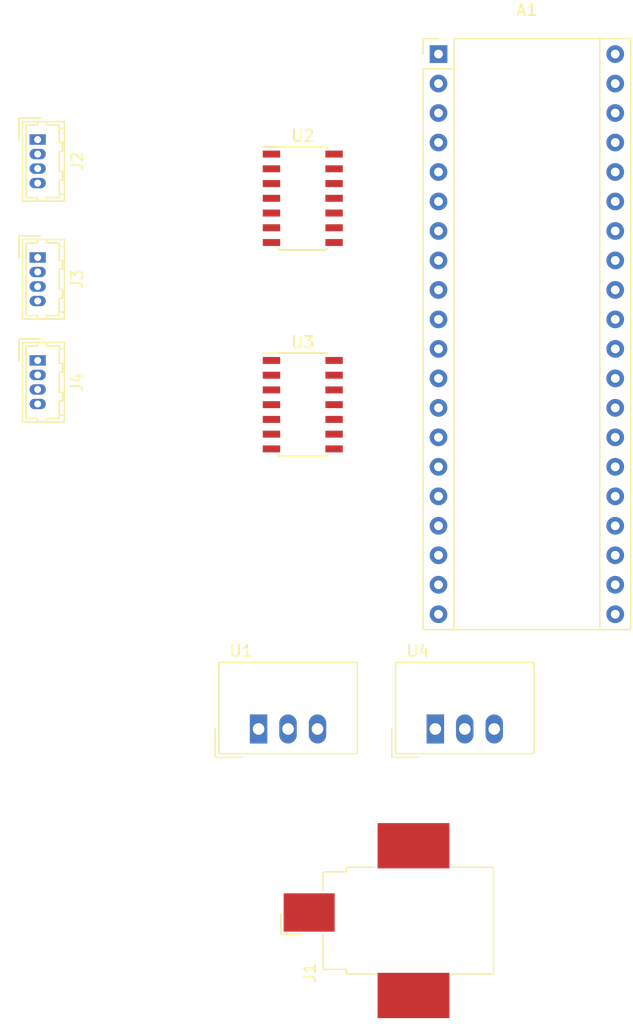
<source format=kicad_pcb>
(kicad_pcb (version 20171130) (host pcbnew 5.0.0+dfsg1-2)

  (general
    (thickness 1.6)
    (drawings 0)
    (tracks 0)
    (zones 0)
    (modules 9)
    (nets 56)
  )

  (page A4)
  (layers
    (0 F.Cu signal)
    (31 B.Cu signal)
    (32 B.Adhes user)
    (33 F.Adhes user)
    (34 B.Paste user)
    (35 F.Paste user)
    (36 B.SilkS user)
    (37 F.SilkS user)
    (38 B.Mask user)
    (39 F.Mask user)
    (40 Dwgs.User user)
    (41 Cmts.User user)
    (42 Eco1.User user)
    (43 Eco2.User user)
    (44 Edge.Cuts user)
    (45 Margin user)
    (46 B.CrtYd user)
    (47 F.CrtYd user)
    (48 B.Fab user)
    (49 F.Fab user)
  )

  (setup
    (last_trace_width 0.25)
    (trace_clearance 0.2)
    (zone_clearance 0.508)
    (zone_45_only no)
    (trace_min 0.2)
    (segment_width 0.2)
    (edge_width 0.15)
    (via_size 0.8)
    (via_drill 0.4)
    (via_min_size 0.4)
    (via_min_drill 0.3)
    (uvia_size 0.3)
    (uvia_drill 0.1)
    (uvias_allowed no)
    (uvia_min_size 0.2)
    (uvia_min_drill 0.1)
    (pcb_text_width 0.3)
    (pcb_text_size 1.5 1.5)
    (mod_edge_width 0.15)
    (mod_text_size 1 1)
    (mod_text_width 0.15)
    (pad_size 1.524 1.524)
    (pad_drill 0.762)
    (pad_to_mask_clearance 0.2)
    (aux_axis_origin 0 0)
    (visible_elements FFFFFF7F)
    (pcbplotparams
      (layerselection 0x010fc_ffffffff)
      (usegerberextensions false)
      (usegerberattributes false)
      (usegerberadvancedattributes false)
      (creategerberjobfile false)
      (excludeedgelayer true)
      (linewidth 0.100000)
      (plotframeref false)
      (viasonmask false)
      (mode 1)
      (useauxorigin false)
      (hpglpennumber 1)
      (hpglpenspeed 20)
      (hpglpendiameter 15.000000)
      (psnegative false)
      (psa4output false)
      (plotreference true)
      (plotvalue true)
      (plotinvisibletext false)
      (padsonsilk false)
      (subtractmaskfromsilk false)
      (outputformat 1)
      (mirror false)
      (drillshape 1)
      (scaleselection 1)
      (outputdirectory ""))
  )

  (net 0 "")
  (net 1 "Net-(A1-Pad1)")
  (net 2 "Net-(A1-Pad6)")
  (net 3 "Net-(A1-Pad7)")
  (net 4 "Net-(A1-Pad8)")
  (net 5 "Net-(A1-Pad9)")
  (net 6 "Net-(U2-Pad6)")
  (net 7 "Net-(A1-Pad2)")
  (net 8 "Net-(U2-Pad8)")
  (net 9 "Net-(J3-Pad3)")
  (net 10 "Net-(J3-Pad2)")
  (net 11 "Net-(J2-Pad3)")
  (net 12 "Net-(J2-Pad2)")
  (net 13 "Net-(J2-Pad1)")
  (net 14 "Net-(J4-Pad2)")
  (net 15 "Net-(J4-Pad3)")
  (net 16 "Net-(U3-Pad11)")
  (net 17 "Net-(U3-Pad10)")
  (net 18 "Net-(U3-Pad9)")
  (net 19 "Net-(U3-Pad8)")
  (net 20 "Net-(U3-Pad6)")
  (net 21 "Net-(A1-Pad13)")
  (net 22 "Net-(A1-Pad12)")
  (net 23 "Net-(A1-Pad11)")
  (net 24 "Net-(A1-Pad10)")
  (net 25 "Net-(A1-Pad3)")
  (net 26 "Net-(A1-Pad4)")
  (net 27 "Net-(A1-Pad5)")
  (net 28 "Net-(A1-Pad14)")
  (net 29 "Net-(A1-Pad15)")
  (net 30 "Net-(A1-Pad16)")
  (net 31 "Net-(A1-Pad17)")
  (net 32 "Net-(A1-Pad18)")
  (net 33 "Net-(A1-Pad19)")
  (net 34 "Net-(A1-Pad20)")
  (net 35 "Net-(A1-Pad21)")
  (net 36 "Net-(A1-Pad22)")
  (net 37 "Net-(A1-Pad23)")
  (net 38 "Net-(A1-Pad24)")
  (net 39 "Net-(A1-Pad25)")
  (net 40 "Net-(A1-Pad26)")
  (net 41 "Net-(A1-Pad27)")
  (net 42 "Net-(A1-Pad28)")
  (net 43 "Net-(A1-Pad29)")
  (net 44 "Net-(A1-Pad30)")
  (net 45 "Net-(A1-Pad31)")
  (net 46 "Net-(A1-Pad32)")
  (net 47 "Net-(A1-Pad33)")
  (net 48 "Net-(A1-Pad34)")
  (net 49 "Net-(A1-Pad35)")
  (net 50 "Net-(A1-Pad36)")
  (net 51 "Net-(A1-Pad37)")
  (net 52 "Net-(A1-Pad38)")
  (net 53 "Net-(A1-Pad39)")
  (net 54 "Net-(A1-Pad40)")
  (net 55 "Net-(J1-Pad1)")

  (net_class Default "This is the default net class."
    (clearance 0.2)
    (trace_width 0.25)
    (via_dia 0.8)
    (via_drill 0.4)
    (uvia_dia 0.3)
    (uvia_drill 0.1)
    (add_net "Net-(A1-Pad1)")
    (add_net "Net-(A1-Pad10)")
    (add_net "Net-(A1-Pad11)")
    (add_net "Net-(A1-Pad12)")
    (add_net "Net-(A1-Pad13)")
    (add_net "Net-(A1-Pad14)")
    (add_net "Net-(A1-Pad15)")
    (add_net "Net-(A1-Pad16)")
    (add_net "Net-(A1-Pad17)")
    (add_net "Net-(A1-Pad18)")
    (add_net "Net-(A1-Pad19)")
    (add_net "Net-(A1-Pad2)")
    (add_net "Net-(A1-Pad20)")
    (add_net "Net-(A1-Pad21)")
    (add_net "Net-(A1-Pad22)")
    (add_net "Net-(A1-Pad23)")
    (add_net "Net-(A1-Pad24)")
    (add_net "Net-(A1-Pad25)")
    (add_net "Net-(A1-Pad26)")
    (add_net "Net-(A1-Pad27)")
    (add_net "Net-(A1-Pad28)")
    (add_net "Net-(A1-Pad29)")
    (add_net "Net-(A1-Pad3)")
    (add_net "Net-(A1-Pad30)")
    (add_net "Net-(A1-Pad31)")
    (add_net "Net-(A1-Pad32)")
    (add_net "Net-(A1-Pad33)")
    (add_net "Net-(A1-Pad34)")
    (add_net "Net-(A1-Pad35)")
    (add_net "Net-(A1-Pad36)")
    (add_net "Net-(A1-Pad37)")
    (add_net "Net-(A1-Pad38)")
    (add_net "Net-(A1-Pad39)")
    (add_net "Net-(A1-Pad4)")
    (add_net "Net-(A1-Pad40)")
    (add_net "Net-(A1-Pad5)")
    (add_net "Net-(A1-Pad6)")
    (add_net "Net-(A1-Pad7)")
    (add_net "Net-(A1-Pad8)")
    (add_net "Net-(A1-Pad9)")
    (add_net "Net-(J1-Pad1)")
    (add_net "Net-(J2-Pad1)")
    (add_net "Net-(J2-Pad2)")
    (add_net "Net-(J2-Pad3)")
    (add_net "Net-(J3-Pad2)")
    (add_net "Net-(J3-Pad3)")
    (add_net "Net-(J4-Pad2)")
    (add_net "Net-(J4-Pad3)")
    (add_net "Net-(U2-Pad6)")
    (add_net "Net-(U2-Pad8)")
    (add_net "Net-(U3-Pad10)")
    (add_net "Net-(U3-Pad11)")
    (add_net "Net-(U3-Pad6)")
    (add_net "Net-(U3-Pad8)")
    (add_net "Net-(U3-Pad9)")
  )

  (module Connector_Hirose:Hirose_DF13-04P-1.25DSA_1x04_P1.25mm_Vertical (layer F.Cu) (tedit 5A1C63DE) (tstamp 5CA40143)
    (at 69.85 91.44 270)
    (descr "Molex DF13 through hole, DF13-04P-1.25DSA, 4 Pins per row (https://www.hirose.com/product/en/products/DF13/DF13-2P-1.25DSA%2850%29/), generated with kicad-footprint-generator")
    (tags "connector Hirose  side entry")
    (path /5C8E8699)
    (fp_text reference J4 (at 1.88 -3.4 270) (layer F.SilkS)
      (effects (font (size 1 1) (thickness 0.15)))
    )
    (fp_text value Conn_01x04_Male (at 1.88 2.4 270) (layer F.Fab)
      (effects (font (size 1 1) (thickness 0.15)))
    )
    (fp_line (start -1.45 -2.2) (end -1.45 1.2) (layer F.Fab) (width 0.1))
    (fp_line (start -1.45 1.2) (end 5.2 1.2) (layer F.Fab) (width 0.1))
    (fp_line (start 5.2 1.2) (end 5.2 -2.2) (layer F.Fab) (width 0.1))
    (fp_line (start 5.2 -2.2) (end -1.45 -2.2) (layer F.Fab) (width 0.1))
    (fp_line (start -1.55 -2.3) (end -1.55 1.3) (layer F.SilkS) (width 0.12))
    (fp_line (start -1.55 1.3) (end 5.3 1.3) (layer F.SilkS) (width 0.12))
    (fp_line (start 5.3 1.3) (end 5.3 -2.3) (layer F.SilkS) (width 0.12))
    (fp_line (start 5.3 -2.3) (end -1.55 -2.3) (layer F.SilkS) (width 0.12))
    (fp_line (start -1.86 -0.3) (end -1.86 1.61) (layer F.SilkS) (width 0.12))
    (fp_line (start -1.86 1.61) (end 0.05 1.61) (layer F.SilkS) (width 0.12))
    (fp_line (start -0.5 1.2) (end 0 0.492893) (layer F.Fab) (width 0.1))
    (fp_line (start 0 0.492893) (end 0.5 1.2) (layer F.Fab) (width 0.1))
    (fp_line (start -1.55 0) (end -1.25 0) (layer F.SilkS) (width 0.12))
    (fp_line (start -1.25 0) (end -1.25 1) (layer F.SilkS) (width 0.12))
    (fp_line (start -1.25 1) (end 5 1) (layer F.SilkS) (width 0.12))
    (fp_line (start 5 1) (end 5 0) (layer F.SilkS) (width 0.12))
    (fp_line (start 5 0) (end 5.3 0) (layer F.SilkS) (width 0.12))
    (fp_line (start -1.55 -0.75) (end -1.25 -0.75) (layer F.SilkS) (width 0.12))
    (fp_line (start -1.25 -0.75) (end -1.25 -1.85) (layer F.SilkS) (width 0.12))
    (fp_line (start -1.25 -1.85) (end -0.95 -1.85) (layer F.SilkS) (width 0.12))
    (fp_line (start -0.95 -1.85) (end -0.95 -2.3) (layer F.SilkS) (width 0.12))
    (fp_line (start 5.3 -0.75) (end 5 -0.75) (layer F.SilkS) (width 0.12))
    (fp_line (start 5 -0.75) (end 5 -1.85) (layer F.SilkS) (width 0.12))
    (fp_line (start 5 -1.85) (end 4.7 -1.85) (layer F.SilkS) (width 0.12))
    (fp_line (start 4.7 -1.85) (end 4.7 -2.3) (layer F.SilkS) (width 0.12))
    (fp_line (start -0.95 -1.85) (end 0.25 -1.85) (layer F.SilkS) (width 0.12))
    (fp_line (start 0.25 -1.85) (end 0.25 -2.15) (layer F.SilkS) (width 0.12))
    (fp_line (start 0.25 -2.15) (end 1 -2.15) (layer F.SilkS) (width 0.12))
    (fp_line (start 1 -2.15) (end 1 -1.85) (layer F.SilkS) (width 0.12))
    (fp_line (start 1 -1.85) (end 2.75 -1.85) (layer F.SilkS) (width 0.12))
    (fp_line (start 2.75 -1.85) (end 2.75 -2.15) (layer F.SilkS) (width 0.12))
    (fp_line (start 2.75 -2.15) (end 3.5 -2.15) (layer F.SilkS) (width 0.12))
    (fp_line (start 3.5 -2.15) (end 3.5 -1.85) (layer F.SilkS) (width 0.12))
    (fp_line (start 3.5 -1.85) (end 4.7 -1.85) (layer F.SilkS) (width 0.12))
    (fp_line (start -1.95 -2.7) (end -1.95 1.7) (layer F.CrtYd) (width 0.05))
    (fp_line (start -1.95 1.7) (end 5.7 1.7) (layer F.CrtYd) (width 0.05))
    (fp_line (start 5.7 1.7) (end 5.7 -2.7) (layer F.CrtYd) (width 0.05))
    (fp_line (start 5.7 -2.7) (end -1.95 -2.7) (layer F.CrtYd) (width 0.05))
    (fp_text user %R (at 1.88 -1.5 270) (layer F.Fab)
      (effects (font (size 1 1) (thickness 0.15)))
    )
    (pad 1 thru_hole rect (at 0 0 270) (size 0.9 1.4) (drill 0.6) (layers *.Cu *.Mask)
      (net 13 "Net-(J2-Pad1)"))
    (pad 2 thru_hole oval (at 1.25 0 270) (size 0.9 1.4) (drill 0.6) (layers *.Cu *.Mask)
      (net 14 "Net-(J4-Pad2)"))
    (pad 3 thru_hole oval (at 2.5 0 270) (size 0.9 1.4) (drill 0.6) (layers *.Cu *.Mask)
      (net 15 "Net-(J4-Pad3)"))
    (pad 4 thru_hole oval (at 3.75 0 270) (size 0.9 1.4) (drill 0.6) (layers *.Cu *.Mask)
      (net 7 "Net-(A1-Pad2)"))
    (model ${KISYS3DMOD}/Connector_Hirose.3dshapes/Hirose_DF13-04P-1.25DSA_1x04_P1.25mm_Vertical.wrl
      (at (xyz 0 0 0))
      (scale (xyz 1 1 1))
      (rotate (xyz 0 0 0))
    )
  )

  (module Connector_Hirose:Hirose_DF13-04P-1.25DSA_1x04_P1.25mm_Vertical (layer F.Cu) (tedit 5A1C63DE) (tstamp 5CA40115)
    (at 69.85 82.57 270)
    (descr "Molex DF13 through hole, DF13-04P-1.25DSA, 4 Pins per row (https://www.hirose.com/product/en/products/DF13/DF13-2P-1.25DSA%2850%29/), generated with kicad-footprint-generator")
    (tags "connector Hirose  side entry")
    (path /5C8E8661)
    (fp_text reference J3 (at 1.88 -3.4 270) (layer F.SilkS)
      (effects (font (size 1 1) (thickness 0.15)))
    )
    (fp_text value Conn_01x04_Male (at 1.88 2.4 270) (layer F.Fab)
      (effects (font (size 1 1) (thickness 0.15)))
    )
    (fp_text user %R (at 1.88 -1.5 270) (layer F.Fab)
      (effects (font (size 1 1) (thickness 0.15)))
    )
    (fp_line (start 5.7 -2.7) (end -1.95 -2.7) (layer F.CrtYd) (width 0.05))
    (fp_line (start 5.7 1.7) (end 5.7 -2.7) (layer F.CrtYd) (width 0.05))
    (fp_line (start -1.95 1.7) (end 5.7 1.7) (layer F.CrtYd) (width 0.05))
    (fp_line (start -1.95 -2.7) (end -1.95 1.7) (layer F.CrtYd) (width 0.05))
    (fp_line (start 3.5 -1.85) (end 4.7 -1.85) (layer F.SilkS) (width 0.12))
    (fp_line (start 3.5 -2.15) (end 3.5 -1.85) (layer F.SilkS) (width 0.12))
    (fp_line (start 2.75 -2.15) (end 3.5 -2.15) (layer F.SilkS) (width 0.12))
    (fp_line (start 2.75 -1.85) (end 2.75 -2.15) (layer F.SilkS) (width 0.12))
    (fp_line (start 1 -1.85) (end 2.75 -1.85) (layer F.SilkS) (width 0.12))
    (fp_line (start 1 -2.15) (end 1 -1.85) (layer F.SilkS) (width 0.12))
    (fp_line (start 0.25 -2.15) (end 1 -2.15) (layer F.SilkS) (width 0.12))
    (fp_line (start 0.25 -1.85) (end 0.25 -2.15) (layer F.SilkS) (width 0.12))
    (fp_line (start -0.95 -1.85) (end 0.25 -1.85) (layer F.SilkS) (width 0.12))
    (fp_line (start 4.7 -1.85) (end 4.7 -2.3) (layer F.SilkS) (width 0.12))
    (fp_line (start 5 -1.85) (end 4.7 -1.85) (layer F.SilkS) (width 0.12))
    (fp_line (start 5 -0.75) (end 5 -1.85) (layer F.SilkS) (width 0.12))
    (fp_line (start 5.3 -0.75) (end 5 -0.75) (layer F.SilkS) (width 0.12))
    (fp_line (start -0.95 -1.85) (end -0.95 -2.3) (layer F.SilkS) (width 0.12))
    (fp_line (start -1.25 -1.85) (end -0.95 -1.85) (layer F.SilkS) (width 0.12))
    (fp_line (start -1.25 -0.75) (end -1.25 -1.85) (layer F.SilkS) (width 0.12))
    (fp_line (start -1.55 -0.75) (end -1.25 -0.75) (layer F.SilkS) (width 0.12))
    (fp_line (start 5 0) (end 5.3 0) (layer F.SilkS) (width 0.12))
    (fp_line (start 5 1) (end 5 0) (layer F.SilkS) (width 0.12))
    (fp_line (start -1.25 1) (end 5 1) (layer F.SilkS) (width 0.12))
    (fp_line (start -1.25 0) (end -1.25 1) (layer F.SilkS) (width 0.12))
    (fp_line (start -1.55 0) (end -1.25 0) (layer F.SilkS) (width 0.12))
    (fp_line (start 0 0.492893) (end 0.5 1.2) (layer F.Fab) (width 0.1))
    (fp_line (start -0.5 1.2) (end 0 0.492893) (layer F.Fab) (width 0.1))
    (fp_line (start -1.86 1.61) (end 0.05 1.61) (layer F.SilkS) (width 0.12))
    (fp_line (start -1.86 -0.3) (end -1.86 1.61) (layer F.SilkS) (width 0.12))
    (fp_line (start 5.3 -2.3) (end -1.55 -2.3) (layer F.SilkS) (width 0.12))
    (fp_line (start 5.3 1.3) (end 5.3 -2.3) (layer F.SilkS) (width 0.12))
    (fp_line (start -1.55 1.3) (end 5.3 1.3) (layer F.SilkS) (width 0.12))
    (fp_line (start -1.55 -2.3) (end -1.55 1.3) (layer F.SilkS) (width 0.12))
    (fp_line (start 5.2 -2.2) (end -1.45 -2.2) (layer F.Fab) (width 0.1))
    (fp_line (start 5.2 1.2) (end 5.2 -2.2) (layer F.Fab) (width 0.1))
    (fp_line (start -1.45 1.2) (end 5.2 1.2) (layer F.Fab) (width 0.1))
    (fp_line (start -1.45 -2.2) (end -1.45 1.2) (layer F.Fab) (width 0.1))
    (pad 4 thru_hole oval (at 3.75 0 270) (size 0.9 1.4) (drill 0.6) (layers *.Cu *.Mask)
      (net 7 "Net-(A1-Pad2)"))
    (pad 3 thru_hole oval (at 2.5 0 270) (size 0.9 1.4) (drill 0.6) (layers *.Cu *.Mask)
      (net 9 "Net-(J3-Pad3)"))
    (pad 2 thru_hole oval (at 1.25 0 270) (size 0.9 1.4) (drill 0.6) (layers *.Cu *.Mask)
      (net 10 "Net-(J3-Pad2)"))
    (pad 1 thru_hole rect (at 0 0 270) (size 0.9 1.4) (drill 0.6) (layers *.Cu *.Mask)
      (net 13 "Net-(J2-Pad1)"))
    (model ${KISYS3DMOD}/Connector_Hirose.3dshapes/Hirose_DF13-04P-1.25DSA_1x04_P1.25mm_Vertical.wrl
      (at (xyz 0 0 0))
      (scale (xyz 1 1 1))
      (rotate (xyz 0 0 0))
    )
  )

  (module Connector_Hirose:Hirose_DF13-04P-1.25DSA_1x04_P1.25mm_Vertical (layer F.Cu) (tedit 5A1C63DE) (tstamp 5CA400E7)
    (at 69.85 72.41 270)
    (descr "Molex DF13 through hole, DF13-04P-1.25DSA, 4 Pins per row (https://www.hirose.com/product/en/products/DF13/DF13-2P-1.25DSA%2850%29/), generated with kicad-footprint-generator")
    (tags "connector Hirose  side entry")
    (path /5C8E8609)
    (fp_text reference J2 (at 1.88 -3.4 270) (layer F.SilkS)
      (effects (font (size 1 1) (thickness 0.15)))
    )
    (fp_text value Conn_01x04_Male (at 1.88 2.4 270) (layer F.Fab)
      (effects (font (size 1 1) (thickness 0.15)))
    )
    (fp_line (start -1.45 -2.2) (end -1.45 1.2) (layer F.Fab) (width 0.1))
    (fp_line (start -1.45 1.2) (end 5.2 1.2) (layer F.Fab) (width 0.1))
    (fp_line (start 5.2 1.2) (end 5.2 -2.2) (layer F.Fab) (width 0.1))
    (fp_line (start 5.2 -2.2) (end -1.45 -2.2) (layer F.Fab) (width 0.1))
    (fp_line (start -1.55 -2.3) (end -1.55 1.3) (layer F.SilkS) (width 0.12))
    (fp_line (start -1.55 1.3) (end 5.3 1.3) (layer F.SilkS) (width 0.12))
    (fp_line (start 5.3 1.3) (end 5.3 -2.3) (layer F.SilkS) (width 0.12))
    (fp_line (start 5.3 -2.3) (end -1.55 -2.3) (layer F.SilkS) (width 0.12))
    (fp_line (start -1.86 -0.3) (end -1.86 1.61) (layer F.SilkS) (width 0.12))
    (fp_line (start -1.86 1.61) (end 0.05 1.61) (layer F.SilkS) (width 0.12))
    (fp_line (start -0.5 1.2) (end 0 0.492893) (layer F.Fab) (width 0.1))
    (fp_line (start 0 0.492893) (end 0.5 1.2) (layer F.Fab) (width 0.1))
    (fp_line (start -1.55 0) (end -1.25 0) (layer F.SilkS) (width 0.12))
    (fp_line (start -1.25 0) (end -1.25 1) (layer F.SilkS) (width 0.12))
    (fp_line (start -1.25 1) (end 5 1) (layer F.SilkS) (width 0.12))
    (fp_line (start 5 1) (end 5 0) (layer F.SilkS) (width 0.12))
    (fp_line (start 5 0) (end 5.3 0) (layer F.SilkS) (width 0.12))
    (fp_line (start -1.55 -0.75) (end -1.25 -0.75) (layer F.SilkS) (width 0.12))
    (fp_line (start -1.25 -0.75) (end -1.25 -1.85) (layer F.SilkS) (width 0.12))
    (fp_line (start -1.25 -1.85) (end -0.95 -1.85) (layer F.SilkS) (width 0.12))
    (fp_line (start -0.95 -1.85) (end -0.95 -2.3) (layer F.SilkS) (width 0.12))
    (fp_line (start 5.3 -0.75) (end 5 -0.75) (layer F.SilkS) (width 0.12))
    (fp_line (start 5 -0.75) (end 5 -1.85) (layer F.SilkS) (width 0.12))
    (fp_line (start 5 -1.85) (end 4.7 -1.85) (layer F.SilkS) (width 0.12))
    (fp_line (start 4.7 -1.85) (end 4.7 -2.3) (layer F.SilkS) (width 0.12))
    (fp_line (start -0.95 -1.85) (end 0.25 -1.85) (layer F.SilkS) (width 0.12))
    (fp_line (start 0.25 -1.85) (end 0.25 -2.15) (layer F.SilkS) (width 0.12))
    (fp_line (start 0.25 -2.15) (end 1 -2.15) (layer F.SilkS) (width 0.12))
    (fp_line (start 1 -2.15) (end 1 -1.85) (layer F.SilkS) (width 0.12))
    (fp_line (start 1 -1.85) (end 2.75 -1.85) (layer F.SilkS) (width 0.12))
    (fp_line (start 2.75 -1.85) (end 2.75 -2.15) (layer F.SilkS) (width 0.12))
    (fp_line (start 2.75 -2.15) (end 3.5 -2.15) (layer F.SilkS) (width 0.12))
    (fp_line (start 3.5 -2.15) (end 3.5 -1.85) (layer F.SilkS) (width 0.12))
    (fp_line (start 3.5 -1.85) (end 4.7 -1.85) (layer F.SilkS) (width 0.12))
    (fp_line (start -1.95 -2.7) (end -1.95 1.7) (layer F.CrtYd) (width 0.05))
    (fp_line (start -1.95 1.7) (end 5.7 1.7) (layer F.CrtYd) (width 0.05))
    (fp_line (start 5.7 1.7) (end 5.7 -2.7) (layer F.CrtYd) (width 0.05))
    (fp_line (start 5.7 -2.7) (end -1.95 -2.7) (layer F.CrtYd) (width 0.05))
    (fp_text user %R (at 1.88 -1.5 270) (layer F.Fab)
      (effects (font (size 1 1) (thickness 0.15)))
    )
    (pad 1 thru_hole rect (at 0 0 270) (size 0.9 1.4) (drill 0.6) (layers *.Cu *.Mask)
      (net 13 "Net-(J2-Pad1)"))
    (pad 2 thru_hole oval (at 1.25 0 270) (size 0.9 1.4) (drill 0.6) (layers *.Cu *.Mask)
      (net 12 "Net-(J2-Pad2)"))
    (pad 3 thru_hole oval (at 2.5 0 270) (size 0.9 1.4) (drill 0.6) (layers *.Cu *.Mask)
      (net 11 "Net-(J2-Pad3)"))
    (pad 4 thru_hole oval (at 3.75 0 270) (size 0.9 1.4) (drill 0.6) (layers *.Cu *.Mask)
      (net 7 "Net-(A1-Pad2)"))
    (model ${KISYS3DMOD}/Connector_Hirose.3dshapes/Hirose_DF13-04P-1.25DSA_1x04_P1.25mm_Vertical.wrl
      (at (xyz 0 0 0))
      (scale (xyz 1 1 1))
      (rotate (xyz 0 0 0))
    )
  )

  (module Connector_BarrelJack:BarrelJack_CUI_PJ-036AH-SMT_Horizontal (layer F.Cu) (tedit 5A1DBF38) (tstamp 5CA3F8D6)
    (at 99.06 139.7 90)
    (descr "Surface-mount DC Barrel Jack, http://www.cui.com/product/resource/pj-036ah-smt.pdf")
    (tags "Power Jack SMT")
    (path /5C97D6BB)
    (attr smd)
    (fp_text reference J1 (at -4.5 -5.75 90) (layer F.SilkS)
      (effects (font (size 1 1) (thickness 0.15)))
    )
    (fp_text value Barrel_Jack (at 0 11.25 90) (layer F.Fab)
      (effects (font (size 1 1) (thickness 0.15)))
    )
    (fp_text user %R (at 0 0 90) (layer F.Fab)
      (effects (font (size 1 1) (thickness 0.15)))
    )
    (fp_line (start -8.9 -8.5) (end -8.9 10.5) (layer F.CrtYd) (width 0.05))
    (fp_line (start -8.9 10.5) (end 8.9 10.5) (layer F.CrtYd) (width 0.05))
    (fp_line (start 8.9 10.5) (end 8.9 -8.5) (layer F.CrtYd) (width 0.05))
    (fp_line (start 8.9 -8.5) (end -8.9 -8.5) (layer F.CrtYd) (width 0.05))
    (fp_line (start 4.6 6.55) (end 4.6 10.1) (layer F.SilkS) (width 0.12))
    (fp_line (start 4.6 10.1) (end -4.6 10.1) (layer F.SilkS) (width 0.12))
    (fp_line (start -4.6 10.1) (end -4.6 6.55) (layer F.SilkS) (width 0.12))
    (fp_line (start -4.6 -0.15) (end -4.6 -2.6) (layer F.SilkS) (width 0.12))
    (fp_line (start -4.6 -2.6) (end -4.2 -2.6) (layer F.SilkS) (width 0.12))
    (fp_line (start -4.2 -2.6) (end -4.2 -4.6) (layer F.SilkS) (width 0.12))
    (fp_line (start -4.2 -4.6) (end -1.2 -4.6) (layer F.SilkS) (width 0.12))
    (fp_line (start 2.6 -4.6) (end 4.2 -4.6) (layer F.SilkS) (width 0.12))
    (fp_line (start 4.2 -4.6) (end 4.2 -2.6) (layer F.SilkS) (width 0.12))
    (fp_line (start 4.2 -2.6) (end 4.6 -2.6) (layer F.SilkS) (width 0.12))
    (fp_line (start 4.6 -2.6) (end 4.6 -0.15) (layer F.SilkS) (width 0.12))
    (fp_line (start -1.19 -6.5) (end -1.19 -8.24) (layer F.SilkS) (width 0.12))
    (fp_line (start -1.19 -8.24) (end 0.55 -8.24) (layer F.SilkS) (width 0.12))
    (fp_line (start 4.1 -4.5) (end -4.1 -4.5) (layer F.Fab) (width 0.1))
    (fp_line (start -4.1 -4.5) (end -4.1 -2.5) (layer F.Fab) (width 0.1))
    (fp_line (start -4.1 -2.5) (end -4.5 -2.5) (layer F.Fab) (width 0.1))
    (fp_line (start -4.5 -2.5) (end -4.5 10) (layer F.Fab) (width 0.1))
    (fp_line (start -4.5 10) (end 4.5 10) (layer F.Fab) (width 0.1))
    (fp_line (start 4.5 10) (end 4.5 -2.5) (layer F.Fab) (width 0.1))
    (fp_line (start 4.5 -2.5) (end 4.1 -2.5) (layer F.Fab) (width 0.1))
    (fp_line (start 4.1 -2.5) (end 4.1 -4.5) (layer F.Fab) (width 0.1))
    (fp_circle (center 0.7 -3.4) (end 0.75 -2.95) (layer F.Fab) (width 0.12))
    (pad 1 smd rect (at 0.7 -5.8 90) (size 3.3 4.4) (layers F.Cu F.Paste F.Mask)
      (net 55 "Net-(J1-Pad1)"))
    (pad 2 smd rect (at -6.45 3.2 90) (size 3.9 6.2) (layers F.Cu F.Paste F.Mask)
      (net 7 "Net-(A1-Pad2)"))
    (pad 3 smd rect (at 6.45 3.2 90) (size 3.9 6.2) (layers F.Cu F.Paste F.Mask))
    (pad "" np_thru_hole circle (at 0 7 90) (size 2 2) (drill 2) (layers *.Cu *.Mask))
    (model ${KISYS3DMOD}/Connector_BarrelJack.3dshapes/BarrelJack_CUI_PJ-036AH-SMT_Horizontal.wrl
      (at (xyz 0 0 0))
      (scale (xyz 1 1 1))
      (rotate (xyz 0 0 0))
    )
  )

  (module Converter_DCDC:Converter_DCDC_TRACO_TSR-1_THT (layer F.Cu) (tedit 59FE1FB7) (tstamp 5CA3F7E4)
    (at 104.14 123.19)
    (descr "DCDC-Converter, TRACO, TSR 1-xxxx")
    (tags "DCDC-Converter TRACO TSR-1")
    (path /5C97D055)
    (fp_text reference U4 (at -1.5 -6.71) (layer F.SilkS)
      (effects (font (size 1 1) (thickness 0.15)))
    )
    (fp_text value TSR_1-2415 (at 2.5 3.25) (layer F.Fab)
      (effects (font (size 1 1) (thickness 0.15)))
    )
    (fp_line (start -2.3 2) (end 8.4 2) (layer F.Fab) (width 0.1))
    (fp_line (start -3.42 2.12) (end -3.42 -5.73) (layer F.SilkS) (width 0.12))
    (fp_line (start -3.42 -5.73) (end 8.52 -5.73) (layer F.SilkS) (width 0.12))
    (fp_line (start 8.52 -5.73) (end 8.52 2.12) (layer F.SilkS) (width 0.12))
    (fp_line (start 8.52 2.12) (end -3.42 2.12) (layer F.SilkS) (width 0.12))
    (fp_line (start -3.55 -5.85) (end 8.65 -5.85) (layer F.CrtYd) (width 0.05))
    (fp_line (start 8.65 -5.85) (end 8.65 2.25) (layer F.CrtYd) (width 0.05))
    (fp_line (start 8.65 2.25) (end -3.55 2.25) (layer F.CrtYd) (width 0.05))
    (fp_line (start -3.55 2.25) (end -3.55 -5.85) (layer F.CrtYd) (width 0.05))
    (fp_line (start -3.3 -5.6) (end 8.4 -5.6) (layer F.Fab) (width 0.1))
    (fp_line (start 8.4 2) (end 8.4 -5.6) (layer F.Fab) (width 0.1))
    (fp_line (start -3.3 1) (end -3.3 -5.6) (layer F.Fab) (width 0.1))
    (fp_line (start -3.3 1) (end -2.3 2) (layer F.Fab) (width 0.1))
    (fp_line (start -3.75 0) (end -3.75 2.45) (layer F.SilkS) (width 0.12))
    (fp_line (start -3.75 2.45) (end -1.42 2.45) (layer F.SilkS) (width 0.12))
    (fp_text user %R (at 3 -3) (layer F.Fab)
      (effects (font (size 1 1) (thickness 0.15)))
    )
    (pad 3 thru_hole oval (at 5.08 0) (size 1.5 2.5) (drill 1) (layers *.Cu *.Mask)
      (net 13 "Net-(J2-Pad1)"))
    (pad 2 thru_hole oval (at 2.54 0) (size 1.5 2.5) (drill 1) (layers *.Cu *.Mask)
      (net 7 "Net-(A1-Pad2)"))
    (pad 1 thru_hole rect (at 0 0) (size 1.5 2.5) (drill 1) (layers *.Cu *.Mask)
      (net 55 "Net-(J1-Pad1)"))
    (model ${KISYS3DMOD}/Converter_DCDC.3dshapes/Converter_DCDC_TRACO_TSR-1_THT.wrl
      (at (xyz 0 0 0))
      (scale (xyz 1 1 1))
      (rotate (xyz 0 0 0))
    )
  )

  (module Converter_DCDC:Converter_DCDC_TRACO_TSR-1_THT (layer F.Cu) (tedit 59FE1FB7) (tstamp 5CA3F7CD)
    (at 88.9 123.19)
    (descr "DCDC-Converter, TRACO, TSR 1-xxxx")
    (tags "DCDC-Converter TRACO TSR-1")
    (path /5C97CEAA)
    (fp_text reference U1 (at -1.5 -6.71) (layer F.SilkS)
      (effects (font (size 1 1) (thickness 0.15)))
    )
    (fp_text value TSR_1-2433 (at 2.5 3.25) (layer F.Fab)
      (effects (font (size 1 1) (thickness 0.15)))
    )
    (fp_text user %R (at 3 -3) (layer F.Fab)
      (effects (font (size 1 1) (thickness 0.15)))
    )
    (fp_line (start -3.75 2.45) (end -1.42 2.45) (layer F.SilkS) (width 0.12))
    (fp_line (start -3.75 0) (end -3.75 2.45) (layer F.SilkS) (width 0.12))
    (fp_line (start -3.3 1) (end -2.3 2) (layer F.Fab) (width 0.1))
    (fp_line (start -3.3 1) (end -3.3 -5.6) (layer F.Fab) (width 0.1))
    (fp_line (start 8.4 2) (end 8.4 -5.6) (layer F.Fab) (width 0.1))
    (fp_line (start -3.3 -5.6) (end 8.4 -5.6) (layer F.Fab) (width 0.1))
    (fp_line (start -3.55 2.25) (end -3.55 -5.85) (layer F.CrtYd) (width 0.05))
    (fp_line (start 8.65 2.25) (end -3.55 2.25) (layer F.CrtYd) (width 0.05))
    (fp_line (start 8.65 -5.85) (end 8.65 2.25) (layer F.CrtYd) (width 0.05))
    (fp_line (start -3.55 -5.85) (end 8.65 -5.85) (layer F.CrtYd) (width 0.05))
    (fp_line (start 8.52 2.12) (end -3.42 2.12) (layer F.SilkS) (width 0.12))
    (fp_line (start 8.52 -5.73) (end 8.52 2.12) (layer F.SilkS) (width 0.12))
    (fp_line (start -3.42 -5.73) (end 8.52 -5.73) (layer F.SilkS) (width 0.12))
    (fp_line (start -3.42 2.12) (end -3.42 -5.73) (layer F.SilkS) (width 0.12))
    (fp_line (start -2.3 2) (end 8.4 2) (layer F.Fab) (width 0.1))
    (pad 1 thru_hole rect (at 0 0) (size 1.5 2.5) (drill 1) (layers *.Cu *.Mask)
      (net 55 "Net-(J1-Pad1)"))
    (pad 2 thru_hole oval (at 2.54 0) (size 1.5 2.5) (drill 1) (layers *.Cu *.Mask)
      (net 7 "Net-(A1-Pad2)"))
    (pad 3 thru_hole oval (at 5.08 0) (size 1.5 2.5) (drill 1) (layers *.Cu *.Mask)
      (net 1 "Net-(A1-Pad1)"))
    (model ${KISYS3DMOD}/Converter_DCDC.3dshapes/Converter_DCDC_TRACO_TSR-1_THT.wrl
      (at (xyz 0 0 0))
      (scale (xyz 1 1 1))
      (rotate (xyz 0 0 0))
    )
  )

  (module Module:Maple_Mini (layer F.Cu) (tedit 5A156297) (tstamp 5CA3F7B6)
    (at 104.415001 65.045001)
    (descr "Maple Mini, http://docs.leaflabs.com/static.leaflabs.com/pub/leaflabs/maple-docs/0.0.12/hardware/maple-mini.html")
    (tags "Maple Mini")
    (path /5C97DA91)
    (fp_text reference A1 (at 7.62 -3.81) (layer F.SilkS)
      (effects (font (size 1 1) (thickness 0.15)))
    )
    (fp_text value Maple_Mini (at 7.62 26.035) (layer F.Fab)
      (effects (font (size 1 1) (thickness 0.15)))
    )
    (fp_line (start 1.33 -1.33) (end 16.57 -1.33) (layer F.SilkS) (width 0.12))
    (fp_line (start 16.57 49.59) (end -1.33 49.59) (layer F.SilkS) (width 0.12))
    (fp_line (start 3.81 6.604) (end 3.81 -2.54) (layer F.Fab) (width 0.1))
    (fp_line (start 3.81 -2.54) (end 11.43 -2.54) (layer F.Fab) (width 0.1))
    (fp_line (start 11.43 -2.54) (end 11.43 6.604) (layer F.Fab) (width 0.1))
    (fp_line (start -0.635 -1.27) (end 16.51 -1.27) (layer F.Fab) (width 0.1))
    (fp_line (start 16.51 -1.27) (end 16.51 49.53) (layer F.Fab) (width 0.1))
    (fp_line (start 16.51 49.53) (end -1.27 49.53) (layer F.Fab) (width 0.1))
    (fp_line (start -1.27 49.53) (end -1.27 -0.635) (layer F.Fab) (width 0.1))
    (fp_line (start 16.57 -1.33) (end 16.57 49.59) (layer F.SilkS) (width 0.12))
    (fp_line (start -1.33 49.59) (end -1.33 1.27) (layer F.SilkS) (width 0.12))
    (fp_line (start 1.33 -1.33) (end 1.33 49.59) (layer F.SilkS) (width 0.12))
    (fp_line (start 13.91 49.59) (end 13.91 -1.33) (layer F.SilkS) (width 0.12))
    (fp_line (start -1.33 1.27) (end 1.33 1.27) (layer F.SilkS) (width 0.12))
    (fp_line (start -1.52 49.78) (end -1.52 -2.79) (layer F.CrtYd) (width 0.05))
    (fp_line (start -1.52 -2.79) (end 16.76 -2.79) (layer F.CrtYd) (width 0.05))
    (fp_line (start 16.76 -2.79) (end 16.76 49.78) (layer F.CrtYd) (width 0.05))
    (fp_line (start 16.76 49.78) (end -1.52 49.78) (layer F.CrtYd) (width 0.05))
    (fp_line (start 0 -1.33) (end -1.33 -1.33) (layer F.SilkS) (width 0.12))
    (fp_line (start -1.33 -1.33) (end -1.33 0) (layer F.SilkS) (width 0.12))
    (fp_line (start 1.27 -1.27) (end 1.27 49.53) (layer F.Fab) (width 0.1))
    (fp_line (start -1.27 -0.635) (end -0.635 -1.27) (layer F.Fab) (width 0.1))
    (fp_line (start 13.97 -1.27) (end 13.97 49.53) (layer F.Fab) (width 0.1))
    (fp_text user %R (at 7.62 24.13) (layer F.Fab)
      (effects (font (size 1 1) (thickness 0.15)))
    )
    (fp_line (start 3.81 6.604) (end 11.43 6.604) (layer F.Fab) (width 0.1))
    (pad 1 thru_hole rect (at 0 0) (size 1.524 1.524) (drill 0.762) (layers *.Cu *.Mask)
      (net 1 "Net-(A1-Pad1)"))
    (pad 2 thru_hole circle (at 0 2.54) (size 1.524 1.524) (drill 0.762) (layers *.Cu *.Mask)
      (net 7 "Net-(A1-Pad2)"))
    (pad 3 thru_hole circle (at 0 5.08) (size 1.524 1.524) (drill 0.762) (layers *.Cu *.Mask)
      (net 25 "Net-(A1-Pad3)"))
    (pad 4 thru_hole circle (at 0 7.62) (size 1.524 1.524) (drill 0.762) (layers *.Cu *.Mask)
      (net 26 "Net-(A1-Pad4)"))
    (pad 5 thru_hole circle (at 0 10.16) (size 1.524 1.524) (drill 0.762) (layers *.Cu *.Mask)
      (net 27 "Net-(A1-Pad5)"))
    (pad 6 thru_hole circle (at 0 12.7) (size 1.524 1.524) (drill 0.762) (layers *.Cu *.Mask)
      (net 2 "Net-(A1-Pad6)"))
    (pad 7 thru_hole circle (at 0 15.24) (size 1.524 1.524) (drill 0.762) (layers *.Cu *.Mask)
      (net 3 "Net-(A1-Pad7)"))
    (pad 8 thru_hole circle (at 0 17.78) (size 1.524 1.524) (drill 0.762) (layers *.Cu *.Mask)
      (net 4 "Net-(A1-Pad8)"))
    (pad 9 thru_hole circle (at 0 20.32) (size 1.524 1.524) (drill 0.762) (layers *.Cu *.Mask)
      (net 5 "Net-(A1-Pad9)"))
    (pad 10 thru_hole circle (at 0 22.86) (size 1.524 1.524) (drill 0.762) (layers *.Cu *.Mask)
      (net 24 "Net-(A1-Pad10)"))
    (pad 11 thru_hole circle (at 0 25.4) (size 1.524 1.524) (drill 0.762) (layers *.Cu *.Mask)
      (net 23 "Net-(A1-Pad11)"))
    (pad 12 thru_hole circle (at 0 27.94) (size 1.524 1.524) (drill 0.762) (layers *.Cu *.Mask)
      (net 22 "Net-(A1-Pad12)"))
    (pad 13 thru_hole circle (at 0 30.48) (size 1.524 1.524) (drill 0.762) (layers *.Cu *.Mask)
      (net 21 "Net-(A1-Pad13)"))
    (pad 14 thru_hole circle (at 0 33.02) (size 1.524 1.524) (drill 0.762) (layers *.Cu *.Mask)
      (net 28 "Net-(A1-Pad14)"))
    (pad 15 thru_hole circle (at 0 35.56) (size 1.524 1.524) (drill 0.762) (layers *.Cu *.Mask)
      (net 29 "Net-(A1-Pad15)"))
    (pad 16 thru_hole circle (at 0 38.1) (size 1.524 1.524) (drill 0.762) (layers *.Cu *.Mask)
      (net 30 "Net-(A1-Pad16)"))
    (pad 17 thru_hole circle (at 0 40.64) (size 1.524 1.524) (drill 0.762) (layers *.Cu *.Mask)
      (net 31 "Net-(A1-Pad17)"))
    (pad 18 thru_hole circle (at 0 43.18) (size 1.524 1.524) (drill 0.762) (layers *.Cu *.Mask)
      (net 32 "Net-(A1-Pad18)"))
    (pad 19 thru_hole circle (at 0 45.72) (size 1.524 1.524) (drill 0.762) (layers *.Cu *.Mask)
      (net 33 "Net-(A1-Pad19)"))
    (pad 20 thru_hole circle (at 0 48.26) (size 1.524 1.524) (drill 0.762) (layers *.Cu *.Mask)
      (net 34 "Net-(A1-Pad20)"))
    (pad 21 thru_hole circle (at 15.24 48.26) (size 1.524 1.524) (drill 0.762) (layers *.Cu *.Mask)
      (net 35 "Net-(A1-Pad21)"))
    (pad 22 thru_hole circle (at 15.24 45.72) (size 1.524 1.524) (drill 0.762) (layers *.Cu *.Mask)
      (net 36 "Net-(A1-Pad22)"))
    (pad 23 thru_hole circle (at 15.24 43.18) (size 1.524 1.524) (drill 0.762) (layers *.Cu *.Mask)
      (net 37 "Net-(A1-Pad23)"))
    (pad 24 thru_hole circle (at 15.24 40.64) (size 1.524 1.524) (drill 0.762) (layers *.Cu *.Mask)
      (net 38 "Net-(A1-Pad24)"))
    (pad 25 thru_hole circle (at 15.24 38.1) (size 1.524 1.524) (drill 0.762) (layers *.Cu *.Mask)
      (net 39 "Net-(A1-Pad25)"))
    (pad 26 thru_hole circle (at 15.24 35.56) (size 1.524 1.524) (drill 0.762) (layers *.Cu *.Mask)
      (net 40 "Net-(A1-Pad26)"))
    (pad 27 thru_hole circle (at 15.24 33.02) (size 1.524 1.524) (drill 0.762) (layers *.Cu *.Mask)
      (net 41 "Net-(A1-Pad27)"))
    (pad 28 thru_hole circle (at 15.24 30.48) (size 1.524 1.524) (drill 0.762) (layers *.Cu *.Mask)
      (net 42 "Net-(A1-Pad28)"))
    (pad 29 thru_hole circle (at 15.24 27.94) (size 1.524 1.524) (drill 0.762) (layers *.Cu *.Mask)
      (net 43 "Net-(A1-Pad29)"))
    (pad 30 thru_hole circle (at 15.24 25.4) (size 1.524 1.524) (drill 0.762) (layers *.Cu *.Mask)
      (net 44 "Net-(A1-Pad30)"))
    (pad 31 thru_hole circle (at 15.24 22.86) (size 1.524 1.524) (drill 0.762) (layers *.Cu *.Mask)
      (net 45 "Net-(A1-Pad31)"))
    (pad 32 thru_hole circle (at 15.24 20.32) (size 1.524 1.524) (drill 0.762) (layers *.Cu *.Mask)
      (net 46 "Net-(A1-Pad32)"))
    (pad 33 thru_hole circle (at 15.24 17.78) (size 1.524 1.524) (drill 0.762) (layers *.Cu *.Mask)
      (net 47 "Net-(A1-Pad33)"))
    (pad 34 thru_hole circle (at 15.24 15.24) (size 1.524 1.524) (drill 0.762) (layers *.Cu *.Mask)
      (net 48 "Net-(A1-Pad34)"))
    (pad 35 thru_hole circle (at 15.24 12.7) (size 1.524 1.524) (drill 0.762) (layers *.Cu *.Mask)
      (net 49 "Net-(A1-Pad35)"))
    (pad 36 thru_hole circle (at 15.24 10.16) (size 1.524 1.524) (drill 0.762) (layers *.Cu *.Mask)
      (net 50 "Net-(A1-Pad36)"))
    (pad 37 thru_hole circle (at 15.24 7.62) (size 1.524 1.524) (drill 0.762) (layers *.Cu *.Mask)
      (net 51 "Net-(A1-Pad37)"))
    (pad 38 thru_hole circle (at 15.24 5.08) (size 1.524 1.524) (drill 0.762) (layers *.Cu *.Mask)
      (net 52 "Net-(A1-Pad38)"))
    (pad 39 thru_hole circle (at 15.24 2.54) (size 1.524 1.524) (drill 0.762) (layers *.Cu *.Mask)
      (net 53 "Net-(A1-Pad39)"))
    (pad 40 thru_hole circle (at 15.24 0) (size 1.524 1.524) (drill 0.762) (layers *.Cu *.Mask)
      (net 54 "Net-(A1-Pad40)"))
    (model ${KISYS3DMOD}/Module.3dshapes/Maple_Mini.wrl
      (at (xyz 0 0 0))
      (scale (xyz 1 1 1))
      (rotate (xyz 0 0 0))
    )
  )

  (module Package_SO:SOIC-14_3.9x8.7mm_P1.27mm (layer F.Cu) (tedit 5A02F2D3) (tstamp 5CA3F771)
    (at 92.71 95.25)
    (descr "14-Lead Plastic Small Outline (SL) - Narrow, 3.90 mm Body [SOIC] (see Microchip Packaging Specification 00000049BS.pdf)")
    (tags "SOIC 1.27")
    (path /5C8E86C5)
    (attr smd)
    (fp_text reference U3 (at 0 -5.375) (layer F.SilkS)
      (effects (font (size 1 1) (thickness 0.15)))
    )
    (fp_text value TXB0104D (at 0 5.375) (layer F.Fab)
      (effects (font (size 1 1) (thickness 0.15)))
    )
    (fp_line (start -2.075 -4.425) (end -3.45 -4.425) (layer F.SilkS) (width 0.15))
    (fp_line (start -2.075 4.45) (end 2.075 4.45) (layer F.SilkS) (width 0.15))
    (fp_line (start -2.075 -4.45) (end 2.075 -4.45) (layer F.SilkS) (width 0.15))
    (fp_line (start -2.075 4.45) (end -2.075 4.335) (layer F.SilkS) (width 0.15))
    (fp_line (start 2.075 4.45) (end 2.075 4.335) (layer F.SilkS) (width 0.15))
    (fp_line (start 2.075 -4.45) (end 2.075 -4.335) (layer F.SilkS) (width 0.15))
    (fp_line (start -2.075 -4.45) (end -2.075 -4.425) (layer F.SilkS) (width 0.15))
    (fp_line (start -3.7 4.65) (end 3.7 4.65) (layer F.CrtYd) (width 0.05))
    (fp_line (start -3.7 -4.65) (end 3.7 -4.65) (layer F.CrtYd) (width 0.05))
    (fp_line (start 3.7 -4.65) (end 3.7 4.65) (layer F.CrtYd) (width 0.05))
    (fp_line (start -3.7 -4.65) (end -3.7 4.65) (layer F.CrtYd) (width 0.05))
    (fp_line (start -1.95 -3.35) (end -0.95 -4.35) (layer F.Fab) (width 0.15))
    (fp_line (start -1.95 4.35) (end -1.95 -3.35) (layer F.Fab) (width 0.15))
    (fp_line (start 1.95 4.35) (end -1.95 4.35) (layer F.Fab) (width 0.15))
    (fp_line (start 1.95 -4.35) (end 1.95 4.35) (layer F.Fab) (width 0.15))
    (fp_line (start -0.95 -4.35) (end 1.95 -4.35) (layer F.Fab) (width 0.15))
    (fp_text user %R (at 0 0) (layer F.Fab)
      (effects (font (size 0.9 0.9) (thickness 0.135)))
    )
    (pad 14 smd rect (at 2.7 -3.81) (size 1.5 0.6) (layers F.Cu F.Paste F.Mask)
      (net 13 "Net-(J2-Pad1)"))
    (pad 13 smd rect (at 2.7 -2.54) (size 1.5 0.6) (layers F.Cu F.Paste F.Mask)
      (net 14 "Net-(J4-Pad2)"))
    (pad 12 smd rect (at 2.7 -1.27) (size 1.5 0.6) (layers F.Cu F.Paste F.Mask)
      (net 15 "Net-(J4-Pad3)"))
    (pad 11 smd rect (at 2.7 0) (size 1.5 0.6) (layers F.Cu F.Paste F.Mask)
      (net 16 "Net-(U3-Pad11)"))
    (pad 10 smd rect (at 2.7 1.27) (size 1.5 0.6) (layers F.Cu F.Paste F.Mask)
      (net 17 "Net-(U3-Pad10)"))
    (pad 9 smd rect (at 2.7 2.54) (size 1.5 0.6) (layers F.Cu F.Paste F.Mask)
      (net 18 "Net-(U3-Pad9)"))
    (pad 8 smd rect (at 2.7 3.81) (size 1.5 0.6) (layers F.Cu F.Paste F.Mask)
      (net 19 "Net-(U3-Pad8)"))
    (pad 7 smd rect (at -2.7 3.81) (size 1.5 0.6) (layers F.Cu F.Paste F.Mask)
      (net 7 "Net-(A1-Pad2)"))
    (pad 6 smd rect (at -2.7 2.54) (size 1.5 0.6) (layers F.Cu F.Paste F.Mask)
      (net 20 "Net-(U3-Pad6)"))
    (pad 5 smd rect (at -2.7 1.27) (size 1.5 0.6) (layers F.Cu F.Paste F.Mask)
      (net 21 "Net-(A1-Pad13)"))
    (pad 4 smd rect (at -2.7 0) (size 1.5 0.6) (layers F.Cu F.Paste F.Mask)
      (net 22 "Net-(A1-Pad12)"))
    (pad 3 smd rect (at -2.7 -1.27) (size 1.5 0.6) (layers F.Cu F.Paste F.Mask)
      (net 23 "Net-(A1-Pad11)"))
    (pad 2 smd rect (at -2.7 -2.54) (size 1.5 0.6) (layers F.Cu F.Paste F.Mask)
      (net 24 "Net-(A1-Pad10)"))
    (pad 1 smd rect (at -2.7 -3.81) (size 1.5 0.6) (layers F.Cu F.Paste F.Mask)
      (net 1 "Net-(A1-Pad1)"))
    (model ${KISYS3DMOD}/Package_SO.3dshapes/SOIC-14_3.9x8.7mm_P1.27mm.wrl
      (at (xyz 0 0 0))
      (scale (xyz 1 1 1))
      (rotate (xyz 0 0 0))
    )
  )

  (module Package_SO:SOIC-14_3.9x8.7mm_P1.27mm (layer F.Cu) (tedit 5A02F2D3) (tstamp 5CA40388)
    (at 92.71 77.47)
    (descr "14-Lead Plastic Small Outline (SL) - Narrow, 3.90 mm Body [SOIC] (see Microchip Packaging Specification 00000049BS.pdf)")
    (tags "SOIC 1.27")
    (path /5C8E82FD)
    (attr smd)
    (fp_text reference U2 (at 0 -5.375) (layer F.SilkS)
      (effects (font (size 1 1) (thickness 0.15)))
    )
    (fp_text value TXB0104D (at 0 5.375) (layer F.Fab)
      (effects (font (size 1 1) (thickness 0.15)))
    )
    (fp_text user %R (at 0 0) (layer F.Fab)
      (effects (font (size 0.9 0.9) (thickness 0.135)))
    )
    (fp_line (start -0.95 -4.35) (end 1.95 -4.35) (layer F.Fab) (width 0.15))
    (fp_line (start 1.95 -4.35) (end 1.95 4.35) (layer F.Fab) (width 0.15))
    (fp_line (start 1.95 4.35) (end -1.95 4.35) (layer F.Fab) (width 0.15))
    (fp_line (start -1.95 4.35) (end -1.95 -3.35) (layer F.Fab) (width 0.15))
    (fp_line (start -1.95 -3.35) (end -0.95 -4.35) (layer F.Fab) (width 0.15))
    (fp_line (start -3.7 -4.65) (end -3.7 4.65) (layer F.CrtYd) (width 0.05))
    (fp_line (start 3.7 -4.65) (end 3.7 4.65) (layer F.CrtYd) (width 0.05))
    (fp_line (start -3.7 -4.65) (end 3.7 -4.65) (layer F.CrtYd) (width 0.05))
    (fp_line (start -3.7 4.65) (end 3.7 4.65) (layer F.CrtYd) (width 0.05))
    (fp_line (start -2.075 -4.45) (end -2.075 -4.425) (layer F.SilkS) (width 0.15))
    (fp_line (start 2.075 -4.45) (end 2.075 -4.335) (layer F.SilkS) (width 0.15))
    (fp_line (start 2.075 4.45) (end 2.075 4.335) (layer F.SilkS) (width 0.15))
    (fp_line (start -2.075 4.45) (end -2.075 4.335) (layer F.SilkS) (width 0.15))
    (fp_line (start -2.075 -4.45) (end 2.075 -4.45) (layer F.SilkS) (width 0.15))
    (fp_line (start -2.075 4.45) (end 2.075 4.45) (layer F.SilkS) (width 0.15))
    (fp_line (start -2.075 -4.425) (end -3.45 -4.425) (layer F.SilkS) (width 0.15))
    (pad 1 smd rect (at -2.7 -3.81) (size 1.5 0.6) (layers F.Cu F.Paste F.Mask)
      (net 1 "Net-(A1-Pad1)"))
    (pad 2 smd rect (at -2.7 -2.54) (size 1.5 0.6) (layers F.Cu F.Paste F.Mask)
      (net 2 "Net-(A1-Pad6)"))
    (pad 3 smd rect (at -2.7 -1.27) (size 1.5 0.6) (layers F.Cu F.Paste F.Mask)
      (net 3 "Net-(A1-Pad7)"))
    (pad 4 smd rect (at -2.7 0) (size 1.5 0.6) (layers F.Cu F.Paste F.Mask)
      (net 4 "Net-(A1-Pad8)"))
    (pad 5 smd rect (at -2.7 1.27) (size 1.5 0.6) (layers F.Cu F.Paste F.Mask)
      (net 5 "Net-(A1-Pad9)"))
    (pad 6 smd rect (at -2.7 2.54) (size 1.5 0.6) (layers F.Cu F.Paste F.Mask)
      (net 6 "Net-(U2-Pad6)"))
    (pad 7 smd rect (at -2.7 3.81) (size 1.5 0.6) (layers F.Cu F.Paste F.Mask)
      (net 7 "Net-(A1-Pad2)"))
    (pad 8 smd rect (at 2.7 3.81) (size 1.5 0.6) (layers F.Cu F.Paste F.Mask)
      (net 8 "Net-(U2-Pad8)"))
    (pad 9 smd rect (at 2.7 2.54) (size 1.5 0.6) (layers F.Cu F.Paste F.Mask)
      (net 9 "Net-(J3-Pad3)"))
    (pad 10 smd rect (at 2.7 1.27) (size 1.5 0.6) (layers F.Cu F.Paste F.Mask)
      (net 9 "Net-(J3-Pad3)"))
    (pad 11 smd rect (at 2.7 0) (size 1.5 0.6) (layers F.Cu F.Paste F.Mask)
      (net 10 "Net-(J3-Pad2)"))
    (pad 12 smd rect (at 2.7 -1.27) (size 1.5 0.6) (layers F.Cu F.Paste F.Mask)
      (net 11 "Net-(J2-Pad3)"))
    (pad 13 smd rect (at 2.7 -2.54) (size 1.5 0.6) (layers F.Cu F.Paste F.Mask)
      (net 12 "Net-(J2-Pad2)"))
    (pad 14 smd rect (at 2.7 -3.81) (size 1.5 0.6) (layers F.Cu F.Paste F.Mask)
      (net 13 "Net-(J2-Pad1)"))
    (model ${KISYS3DMOD}/Package_SO.3dshapes/SOIC-14_3.9x8.7mm_P1.27mm.wrl
      (at (xyz 0 0 0))
      (scale (xyz 1 1 1))
      (rotate (xyz 0 0 0))
    )
  )

)

</source>
